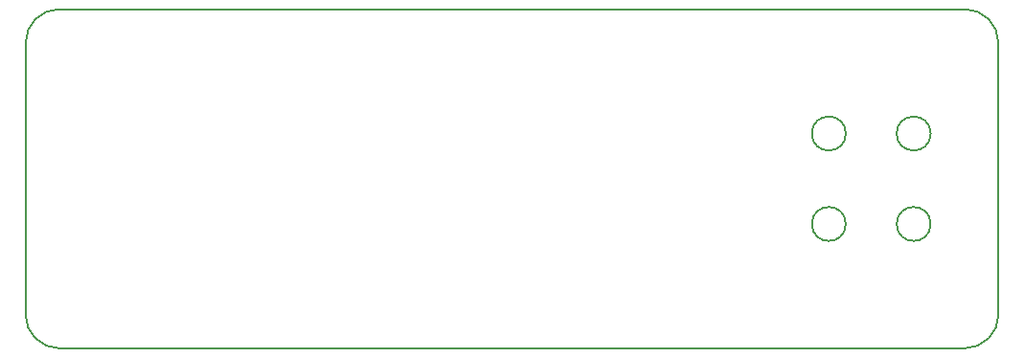
<source format=gbr>
%TF.GenerationSoftware,KiCad,Pcbnew,(6.0.7)*%
%TF.CreationDate,2023-03-06T12:08:33-08:00*%
%TF.ProjectId,Foot Pedal PCB,466f6f74-2050-4656-9461-6c205043422e,A1*%
%TF.SameCoordinates,PX8917370PY68e7780*%
%TF.FileFunction,Profile,NP*%
%FSLAX46Y46*%
G04 Gerber Fmt 4.6, Leading zero omitted, Abs format (unit mm)*
G04 Created by KiCad (PCBNEW (6.0.7)) date 2023-03-06 12:08:33*
%MOMM*%
%LPD*%
G01*
G04 APERTURE LIST*
%TA.AperFunction,Profile*%
%ADD10C,0.200000*%
%TD*%
G04 APERTURE END LIST*
D10*
X29500000Y-4000000D02*
G75*
G03*
X29500000Y-4000000I-1500000J0D01*
G01*
X-43000000Y12000000D02*
X-43000000Y9000000D01*
X43000000Y-9000000D02*
X43000000Y-12000000D01*
X40000000Y15000000D02*
X-40000000Y15000000D01*
X43000000Y12000000D02*
G75*
G03*
X40000000Y15000000I-3000000J0D01*
G01*
X-43000000Y-12000000D02*
G75*
G03*
X-40000000Y-15000000I3000000J0D01*
G01*
X43000000Y9000000D02*
X43000000Y-9000000D01*
X43000000Y9000000D02*
X43000000Y12000000D01*
X40000000Y-15000000D02*
X-40000000Y-15000000D01*
X29500000Y4000000D02*
G75*
G03*
X29500000Y4000000I-1500000J0D01*
G01*
X-43000000Y-12000000D02*
X-43000000Y-9000000D01*
X37000000Y4000000D02*
G75*
G03*
X37000000Y4000000I-1500000J0D01*
G01*
X-40000000Y15000000D02*
G75*
G03*
X-43000000Y12000000I0J-3000000D01*
G01*
X36999997Y-4000000D02*
G75*
G03*
X36999997Y-4000000I-1500000J0D01*
G01*
X-43000000Y-9000000D02*
X-43000000Y9000000D01*
X40000000Y-15000000D02*
G75*
G03*
X43000000Y-12000000I0J3000000D01*
G01*
M02*

</source>
